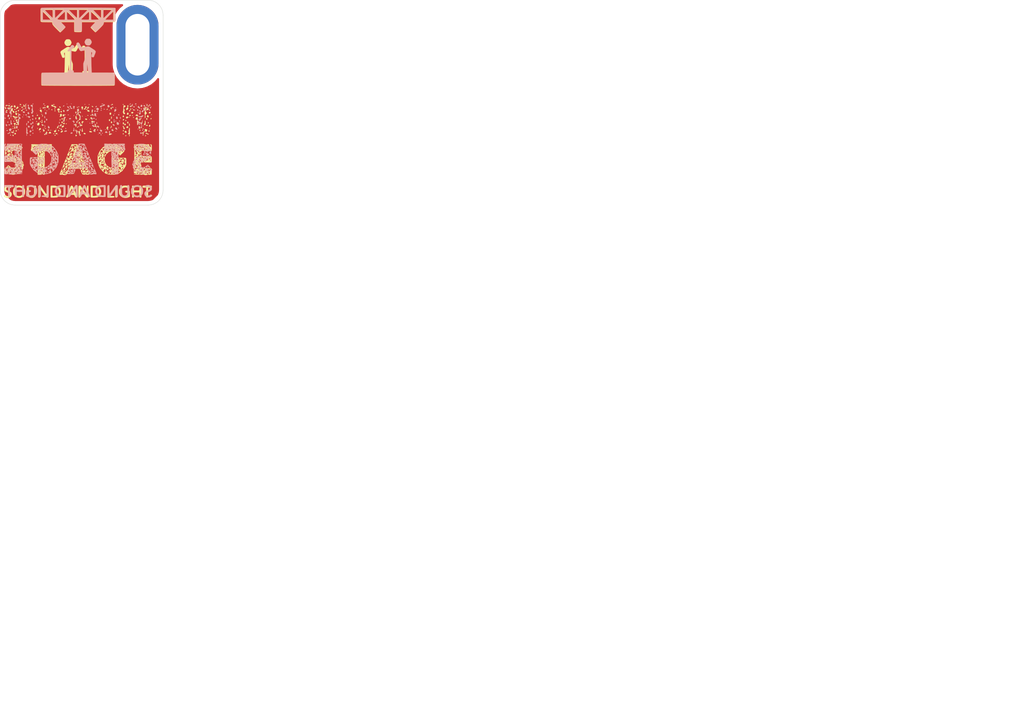
<source format=kicad_pcb>
(kicad_pcb (version 20171130) (host pcbnew "(5.1.7)-1")
  (layers (0 F.Cu signal) (31 B.Cu signal) (34 B.Paste user) (35 F.Paste user) (36 B.SilkS user) (37 F.SilkS user) (38 B.Mask user) (39 F.Mask user) (44 Edge.Cuts user))
  (net 0 "")
  (module AA-ROB-FULL:TOBINLOGO (layer B.Cu) (at 147.98 94.66 180)
    (fp_text reference G2 hide)
    (fp_text value LOGO hide)
  )
  (module AA-ROB-FULL:TOBINLOGO (layer F.Cu) (at 148.064 94.732)
    (fp_text reference G*** hide)
    (fp_text value LOGO hide)
  )
  (module MountingHole:MountingHole_3.2mm_M3_DIN965_Pad (layer F.Cu) (at 155.938 86.858 90)
    (fp_text reference H1 hide)
    (fp_text value MountingHole_Pad)
    (pad 1 thru_hole oval (at 0 0 90) (size 10.6 5.6) (drill oval 8.2 3.2) (layers *.Cu *.Mask))
  )
  (gr_arc (start 157.35 106.22) (end 157.35 108.214) (angle -90) (layer Edge.Cuts) (width 0.05))
  (gr_arc (start 139.644 106.22) (end 137.65 106.22) (angle -90) (layer Edge.Cuts) (width 0.05))
  (gr_arc (start 139.644 82.924) (end 139.644 80.93) (angle -90) (layer Edge.Cuts) (width 0.05))
  (gr_arc (start 157.35 82.922) (end 159.344 82.922) (angle -90) (layer Edge.Cuts) (width 0.05))
  (gr_line (start 159.344 106.22) (end 159.344 82.922) (layer Edge.Cuts) (width 0.05))
  (gr_line (start 137.65 106.22) (end 137.65 82.924) (layer Edge.Cuts) (width 0.05))
  (gr_line (start 157.35 80.928) (end 139.644 80.93) (layer Edge.Cuts) (width 0.05))
  (gr_line (start 157.35 108.214) (end 139.644 108.214) (layer Edge.Cuts) (width 0.05))
  (zone (net 0) (net_name "") (layer F.Cu) (connect_pads (clearance 0.508)) (min_thickness 0.254) (fill yes (arc_segments 32) (thermal_gap 0.508) (thermal_bridge_width 0.508))
    (polygon (pts (xy 159.25 82.93) (xy 159.25 106.29) (xy 157.37 108.15) (xy 139.62 108.15) (xy 137.72 106.25) (xy 137.8 82.83) (xy 139.61 81.05) (xy 157.37 81.05)))
  )
)
</source>
